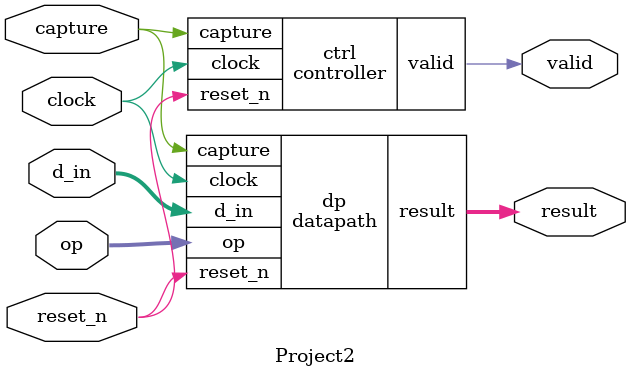
<source format=v>
`timescale 1ns / 1ps

module datapath(
    input clock,
    input reset_n,
    input [7:0] d_in,
    input [1:0] op,
    input capture,
    output [8:0] result
);

    reg [7:0] A, B, C, D; // Store A, B, C, D
    wire [7:0] demuxA, demuxB, demuxC, demuxD;
    
    // Capture logic with d_in and op
    assign demuxA = (op == 2'b00 && capture) ? d_in : A;
    assign demuxB = (op == 2'b01 && capture) ? d_in : B;
    assign demuxC = (op == 2'b10 && capture) ? d_in : C;
    assign demuxD = (op == 2'b11 && capture) ? d_in : D;
    
    // DFF for A, B, C, D with reset
    always @(posedge clock) begin
        if (!reset_n) begin
            A <= 8'b0;
            B <= 8'b0;
            C <= 8'b0;
            D <= 8'b0;
        end 
        else begin
            A <= demuxA;
            B <= demuxB;
            C <= demuxC;
            D <= demuxD;
        end
    end

    wire [8:0] sumAB, sumCD; // Interwires for sums

    rca_8bit AB (sumAB, A, B); // Sum A and B
    rca_8bit CD (sumCD, C, D); // Sum C and D
    subtractor_9bit sub (result, sumAB, sumCD); // Subtract (A+B) - (C+D)

    
endmodule

//------------------------------------------------------------------------------
module controller(
    input clock,
    input reset_n,
    input capture,
    output valid
);

    reg [2:0] count; 
    reg done_d, valid_r;
    wire [2:0] next_count, subtracted_count;
    wire decrement, done;

    assign decrement = capture & (count != 3'b000);

    subtractor_3bit sub3 (subtracted_count, count, 3'b001);

    assign next_count = (!reset_n)  ? 3'b100 :           // reset to 4
                        (decrement) ? subtracted_count : // decrement on capture
                                    count;               // otherwise hold

    assign done = decrement & (count == 3'b001);

    always @(posedge clock) begin
        if (!reset_n) begin
            count   <= 3'b100;
            done_d  <= 1'b0;
            valid_r <= 1'b0;
        end else begin
            count   <= next_count;
            done_d  <= done;    // delay done by one cycle
            valid_r <= done_d;  // assert valid for only one cycle
        end
    end

    assign valid = valid_r;
    
endmodule

//------------------------------------------------------------------------------
module Project2(
    input reset_n,
    input clock,
    input [7:0] d_in,
    input [1:0] op,
    input capture,
    output [8:0] result,
    output valid
);

    datapath dp (clock, reset_n, d_in, op, capture, result);
    controller ctrl (clock, reset_n, capture, valid);

endmodule
</source>
